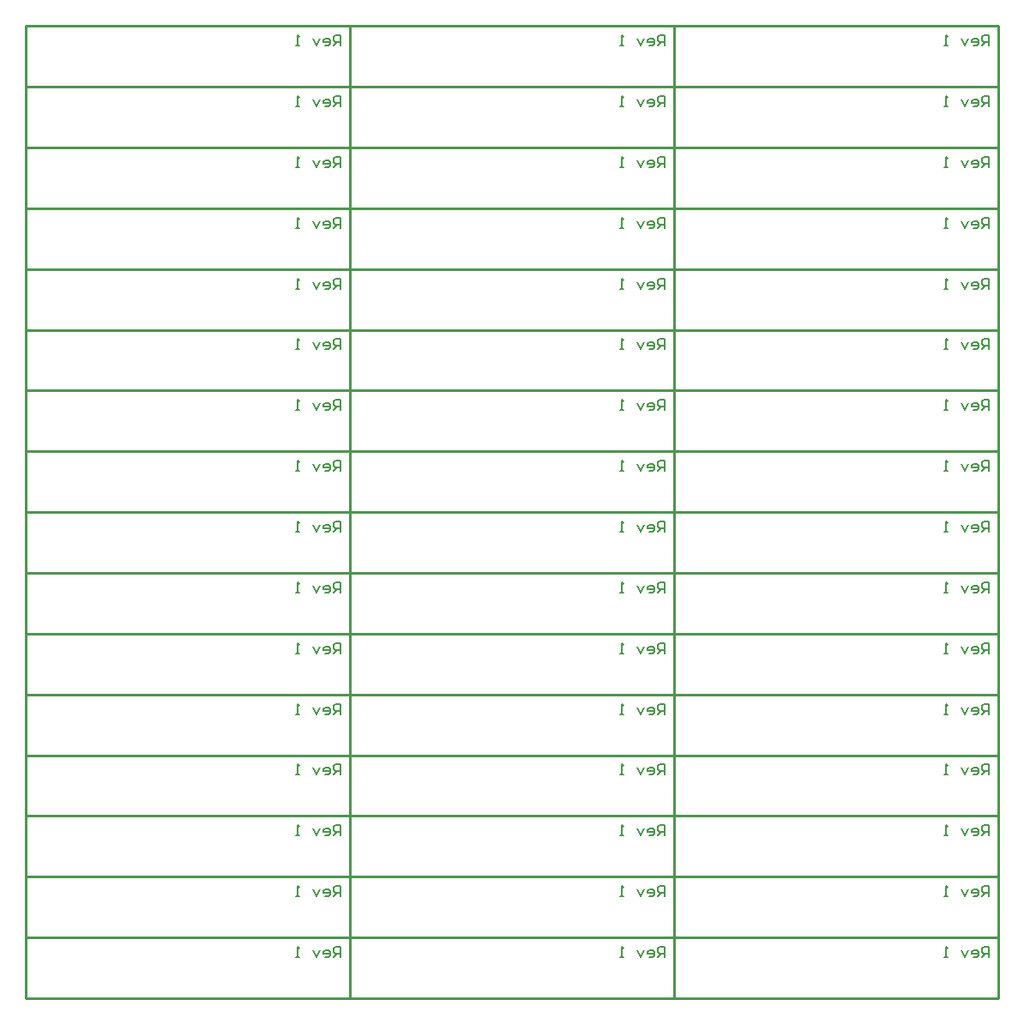
<source format=gbo>
G04 Layer_Color=32896*
%FSLAX24Y24*%
%MOIN*%
G70*
G01*
G75*
%ADD13C,0.0100*%
%ADD17C,0.0060*%
D13*
X19550Y3900D02*
Y41700D01*
X57350D01*
Y3900D02*
Y41700D01*
X19550Y3900D02*
X57350D01*
X19550D02*
Y6262D01*
X32148D01*
X19550Y3900D02*
X32148D01*
Y6262D01*
Y3900D02*
Y6262D01*
X44747D01*
X32148Y3900D02*
X44747D01*
Y6262D01*
Y3900D02*
Y6262D01*
X57345D01*
X44747Y3900D02*
X57345D01*
Y6262D01*
X19550D02*
Y8624D01*
X32148D01*
X19550Y6262D02*
X32148D01*
Y8624D01*
Y6262D02*
Y8624D01*
X44747D01*
X32148Y6262D02*
X44747D01*
Y8624D01*
Y6262D02*
Y8624D01*
X57345D01*
X44747Y6262D02*
X57345D01*
Y8624D01*
X19550D02*
Y10987D01*
X32148D01*
X19550Y8624D02*
X32148D01*
Y10987D01*
Y8624D02*
Y10987D01*
X44747D01*
X32148Y8624D02*
X44747D01*
Y10987D01*
Y8624D02*
Y10987D01*
X57345D01*
X44747Y8624D02*
X57345D01*
Y10987D01*
X19550D02*
Y13349D01*
X32148D01*
X19550Y10987D02*
X32148D01*
Y13349D01*
Y10987D02*
Y13349D01*
X44747D01*
X32148Y10987D02*
X44747D01*
Y13349D01*
Y10987D02*
Y13349D01*
X57345D01*
X44747Y10987D02*
X57345D01*
Y13349D01*
X19550D02*
Y15711D01*
X32148D01*
X19550Y13349D02*
X32148D01*
Y15711D01*
Y13349D02*
Y15711D01*
X44747D01*
X32148Y13349D02*
X44747D01*
Y15711D01*
Y13349D02*
Y15711D01*
X57345D01*
X44747Y13349D02*
X57345D01*
Y15711D01*
X19550D02*
Y18073D01*
X32148D01*
X19550Y15711D02*
X32148D01*
Y18073D01*
Y15711D02*
Y18073D01*
X44747D01*
X32148Y15711D02*
X44747D01*
Y18073D01*
Y15711D02*
Y18073D01*
X57345D01*
X44747Y15711D02*
X57345D01*
Y18073D01*
X19550D02*
Y20435D01*
X32148D01*
X19550Y18073D02*
X32148D01*
Y20435D01*
Y18073D02*
Y20435D01*
X44747D01*
X32148Y18073D02*
X44747D01*
Y20435D01*
Y18073D02*
Y20435D01*
X57345D01*
X44747Y18073D02*
X57345D01*
Y20435D01*
X19550D02*
Y22798D01*
X32148D01*
X19550Y20435D02*
X32148D01*
Y22798D01*
Y20435D02*
Y22798D01*
X44747D01*
X32148Y20435D02*
X44747D01*
Y22798D01*
Y20435D02*
Y22798D01*
X57345D01*
X44747Y20435D02*
X57345D01*
Y22798D01*
X19550D02*
Y25160D01*
X32148D01*
X19550Y22798D02*
X32148D01*
Y25160D01*
Y22798D02*
Y25160D01*
X44747D01*
X32148Y22798D02*
X44747D01*
Y25160D01*
Y22798D02*
Y25160D01*
X57345D01*
X44747Y22798D02*
X57345D01*
Y25160D01*
X19550D02*
Y27522D01*
X32148D01*
X19550Y25160D02*
X32148D01*
Y27522D01*
Y25160D02*
Y27522D01*
X44747D01*
X32148Y25160D02*
X44747D01*
Y27522D01*
Y25160D02*
Y27522D01*
X57345D01*
X44747Y25160D02*
X57345D01*
Y27522D01*
X19550D02*
Y29884D01*
X32148D01*
X19550Y27522D02*
X32148D01*
Y29884D01*
Y27522D02*
Y29884D01*
X44747D01*
X32148Y27522D02*
X44747D01*
Y29884D01*
Y27522D02*
Y29884D01*
X57345D01*
X44747Y27522D02*
X57345D01*
Y29884D01*
X19550D02*
Y32246D01*
X32148D01*
X19550Y29884D02*
X32148D01*
Y32246D01*
Y29884D02*
Y32246D01*
X44747D01*
X32148Y29884D02*
X44747D01*
Y32246D01*
Y29884D02*
Y32246D01*
X57345D01*
X44747Y29884D02*
X57345D01*
Y32246D01*
X19550D02*
Y34609D01*
X32148D01*
X19550Y32246D02*
X32148D01*
Y34609D01*
Y32246D02*
Y34609D01*
X44747D01*
X32148Y32246D02*
X44747D01*
Y34609D01*
Y32246D02*
Y34609D01*
X57345D01*
X44747Y32246D02*
X57345D01*
Y34609D01*
X19550D02*
Y36971D01*
X32148D01*
X19550Y34609D02*
X32148D01*
Y36971D01*
Y34609D02*
Y36971D01*
X44747D01*
X32148Y34609D02*
X44747D01*
Y36971D01*
Y34609D02*
Y36971D01*
X57345D01*
X44747Y34609D02*
X57345D01*
Y36971D01*
X19550D02*
Y39333D01*
X32148D01*
X19550Y36971D02*
X32148D01*
Y39333D01*
Y36971D02*
Y39333D01*
X44747D01*
X32148Y36971D02*
X44747D01*
Y39333D01*
Y36971D02*
Y39333D01*
X57345D01*
X44747Y36971D02*
X57345D01*
Y39333D01*
X19550D02*
Y41695D01*
X32148D01*
X19550Y39333D02*
X32148D01*
Y41695D01*
Y39333D02*
Y41695D01*
X44747D01*
X32148Y39333D02*
X44747D01*
Y41695D01*
Y39333D02*
Y41695D01*
X57345D01*
X44747Y39333D02*
X57345D01*
Y41695D01*
D17*
X31800Y5500D02*
Y5900D01*
X31600D01*
X31533Y5833D01*
Y5700D01*
X31600Y5633D01*
X31800D01*
X31667D02*
X31533Y5500D01*
X31200D02*
X31333D01*
X31400Y5567D01*
Y5700D01*
X31333Y5767D01*
X31200D01*
X31134Y5700D01*
Y5633D01*
X31400D01*
X31000Y5767D02*
X30867Y5500D01*
X30734Y5767D01*
X30201Y5500D02*
X30067D01*
X30134D01*
Y5900D01*
X30201Y5833D01*
X44398Y5500D02*
Y5900D01*
X44198D01*
X44132Y5833D01*
Y5700D01*
X44198Y5633D01*
X44398D01*
X44265D02*
X44132Y5500D01*
X43799D02*
X43932D01*
X43999Y5567D01*
Y5700D01*
X43932Y5767D01*
X43799D01*
X43732Y5700D01*
Y5633D01*
X43999D01*
X43599Y5767D02*
X43465Y5500D01*
X43332Y5767D01*
X42799Y5500D02*
X42666D01*
X42732D01*
Y5900D01*
X42799Y5833D01*
X56997Y5500D02*
Y5900D01*
X56797D01*
X56730Y5833D01*
Y5700D01*
X56797Y5633D01*
X56997D01*
X56864D02*
X56730Y5500D01*
X56397D02*
X56530D01*
X56597Y5567D01*
Y5700D01*
X56530Y5767D01*
X56397D01*
X56330Y5700D01*
Y5633D01*
X56597D01*
X56197Y5767D02*
X56064Y5500D01*
X55931Y5767D01*
X55397Y5500D02*
X55264D01*
X55331D01*
Y5900D01*
X55397Y5833D01*
X31800Y7862D02*
Y8262D01*
X31600D01*
X31533Y8195D01*
Y8062D01*
X31600Y7995D01*
X31800D01*
X31667D02*
X31533Y7862D01*
X31200D02*
X31333D01*
X31400Y7929D01*
Y8062D01*
X31333Y8129D01*
X31200D01*
X31134Y8062D01*
Y7995D01*
X31400D01*
X31000Y8129D02*
X30867Y7862D01*
X30734Y8129D01*
X30201Y7862D02*
X30067D01*
X30134D01*
Y8262D01*
X30201Y8195D01*
X44398Y7862D02*
Y8262D01*
X44198D01*
X44132Y8195D01*
Y8062D01*
X44198Y7995D01*
X44398D01*
X44265D02*
X44132Y7862D01*
X43799D02*
X43932D01*
X43999Y7929D01*
Y8062D01*
X43932Y8129D01*
X43799D01*
X43732Y8062D01*
Y7995D01*
X43999D01*
X43599Y8129D02*
X43465Y7862D01*
X43332Y8129D01*
X42799Y7862D02*
X42666D01*
X42732D01*
Y8262D01*
X42799Y8195D01*
X56997Y7862D02*
Y8262D01*
X56797D01*
X56730Y8195D01*
Y8062D01*
X56797Y7995D01*
X56997D01*
X56864D02*
X56730Y7862D01*
X56397D02*
X56530D01*
X56597Y7929D01*
Y8062D01*
X56530Y8129D01*
X56397D01*
X56330Y8062D01*
Y7995D01*
X56597D01*
X56197Y8129D02*
X56064Y7862D01*
X55931Y8129D01*
X55397Y7862D02*
X55264D01*
X55331D01*
Y8262D01*
X55397Y8195D01*
X31800Y10224D02*
Y10624D01*
X31600D01*
X31533Y10558D01*
Y10424D01*
X31600Y10358D01*
X31800D01*
X31667D02*
X31533Y10224D01*
X31200D02*
X31333D01*
X31400Y10291D01*
Y10424D01*
X31333Y10491D01*
X31200D01*
X31134Y10424D01*
Y10358D01*
X31400D01*
X31000Y10491D02*
X30867Y10224D01*
X30734Y10491D01*
X30201Y10224D02*
X30067D01*
X30134D01*
Y10624D01*
X30201Y10558D01*
X44398Y10224D02*
Y10624D01*
X44198D01*
X44132Y10558D01*
Y10424D01*
X44198Y10358D01*
X44398D01*
X44265D02*
X44132Y10224D01*
X43799D02*
X43932D01*
X43999Y10291D01*
Y10424D01*
X43932Y10491D01*
X43799D01*
X43732Y10424D01*
Y10358D01*
X43999D01*
X43599Y10491D02*
X43465Y10224D01*
X43332Y10491D01*
X42799Y10224D02*
X42666D01*
X42732D01*
Y10624D01*
X42799Y10558D01*
X56997Y10224D02*
Y10624D01*
X56797D01*
X56730Y10558D01*
Y10424D01*
X56797Y10358D01*
X56997D01*
X56864D02*
X56730Y10224D01*
X56397D02*
X56530D01*
X56597Y10291D01*
Y10424D01*
X56530Y10491D01*
X56397D01*
X56330Y10424D01*
Y10358D01*
X56597D01*
X56197Y10491D02*
X56064Y10224D01*
X55931Y10491D01*
X55397Y10224D02*
X55264D01*
X55331D01*
Y10624D01*
X55397Y10558D01*
X31800Y12587D02*
Y12986D01*
X31600D01*
X31533Y12920D01*
Y12787D01*
X31600Y12720D01*
X31800D01*
X31667D02*
X31533Y12587D01*
X31200D02*
X31333D01*
X31400Y12653D01*
Y12787D01*
X31333Y12853D01*
X31200D01*
X31134Y12787D01*
Y12720D01*
X31400D01*
X31000Y12853D02*
X30867Y12587D01*
X30734Y12853D01*
X30201Y12587D02*
X30067D01*
X30134D01*
Y12986D01*
X30201Y12920D01*
X44398Y12587D02*
Y12986D01*
X44198D01*
X44132Y12920D01*
Y12787D01*
X44198Y12720D01*
X44398D01*
X44265D02*
X44132Y12587D01*
X43799D02*
X43932D01*
X43999Y12653D01*
Y12787D01*
X43932Y12853D01*
X43799D01*
X43732Y12787D01*
Y12720D01*
X43999D01*
X43599Y12853D02*
X43465Y12587D01*
X43332Y12853D01*
X42799Y12587D02*
X42666D01*
X42732D01*
Y12986D01*
X42799Y12920D01*
X56997Y12587D02*
Y12986D01*
X56797D01*
X56730Y12920D01*
Y12787D01*
X56797Y12720D01*
X56997D01*
X56864D02*
X56730Y12587D01*
X56397D02*
X56530D01*
X56597Y12653D01*
Y12787D01*
X56530Y12853D01*
X56397D01*
X56330Y12787D01*
Y12720D01*
X56597D01*
X56197Y12853D02*
X56064Y12587D01*
X55931Y12853D01*
X55397Y12587D02*
X55264D01*
X55331D01*
Y12986D01*
X55397Y12920D01*
X31800Y14949D02*
Y15349D01*
X31600D01*
X31533Y15282D01*
Y15149D01*
X31600Y15082D01*
X31800D01*
X31667D02*
X31533Y14949D01*
X31200D02*
X31333D01*
X31400Y15015D01*
Y15149D01*
X31333Y15215D01*
X31200D01*
X31134Y15149D01*
Y15082D01*
X31400D01*
X31000Y15215D02*
X30867Y14949D01*
X30734Y15215D01*
X30201Y14949D02*
X30067D01*
X30134D01*
Y15349D01*
X30201Y15282D01*
X44398Y14949D02*
Y15349D01*
X44198D01*
X44132Y15282D01*
Y15149D01*
X44198Y15082D01*
X44398D01*
X44265D02*
X44132Y14949D01*
X43799D02*
X43932D01*
X43999Y15015D01*
Y15149D01*
X43932Y15215D01*
X43799D01*
X43732Y15149D01*
Y15082D01*
X43999D01*
X43599Y15215D02*
X43465Y14949D01*
X43332Y15215D01*
X42799Y14949D02*
X42666D01*
X42732D01*
Y15349D01*
X42799Y15282D01*
X56997Y14949D02*
Y15349D01*
X56797D01*
X56730Y15282D01*
Y15149D01*
X56797Y15082D01*
X56997D01*
X56864D02*
X56730Y14949D01*
X56397D02*
X56530D01*
X56597Y15015D01*
Y15149D01*
X56530Y15215D01*
X56397D01*
X56330Y15149D01*
Y15082D01*
X56597D01*
X56197Y15215D02*
X56064Y14949D01*
X55931Y15215D01*
X55397Y14949D02*
X55264D01*
X55331D01*
Y15349D01*
X55397Y15282D01*
X31800Y17311D02*
Y17711D01*
X31600D01*
X31533Y17644D01*
Y17511D01*
X31600Y17444D01*
X31800D01*
X31667D02*
X31533Y17311D01*
X31200D02*
X31333D01*
X31400Y17378D01*
Y17511D01*
X31333Y17578D01*
X31200D01*
X31134Y17511D01*
Y17444D01*
X31400D01*
X31000Y17578D02*
X30867Y17311D01*
X30734Y17578D01*
X30201Y17311D02*
X30067D01*
X30134D01*
Y17711D01*
X30201Y17644D01*
X44398Y17311D02*
Y17711D01*
X44198D01*
X44132Y17644D01*
Y17511D01*
X44198Y17444D01*
X44398D01*
X44265D02*
X44132Y17311D01*
X43799D02*
X43932D01*
X43999Y17378D01*
Y17511D01*
X43932Y17578D01*
X43799D01*
X43732Y17511D01*
Y17444D01*
X43999D01*
X43599Y17578D02*
X43465Y17311D01*
X43332Y17578D01*
X42799Y17311D02*
X42666D01*
X42732D01*
Y17711D01*
X42799Y17644D01*
X56997Y17311D02*
Y17711D01*
X56797D01*
X56730Y17644D01*
Y17511D01*
X56797Y17444D01*
X56997D01*
X56864D02*
X56730Y17311D01*
X56397D02*
X56530D01*
X56597Y17378D01*
Y17511D01*
X56530Y17578D01*
X56397D01*
X56330Y17511D01*
Y17444D01*
X56597D01*
X56197Y17578D02*
X56064Y17311D01*
X55931Y17578D01*
X55397Y17311D02*
X55264D01*
X55331D01*
Y17711D01*
X55397Y17644D01*
X31800Y19673D02*
Y20073D01*
X31600D01*
X31533Y20006D01*
Y19873D01*
X31600Y19807D01*
X31800D01*
X31667D02*
X31533Y19673D01*
X31200D02*
X31333D01*
X31400Y19740D01*
Y19873D01*
X31333Y19940D01*
X31200D01*
X31134Y19873D01*
Y19807D01*
X31400D01*
X31000Y19940D02*
X30867Y19673D01*
X30734Y19940D01*
X30201Y19673D02*
X30067D01*
X30134D01*
Y20073D01*
X30201Y20006D01*
X44398Y19673D02*
Y20073D01*
X44198D01*
X44132Y20006D01*
Y19873D01*
X44198Y19807D01*
X44398D01*
X44265D02*
X44132Y19673D01*
X43799D02*
X43932D01*
X43999Y19740D01*
Y19873D01*
X43932Y19940D01*
X43799D01*
X43732Y19873D01*
Y19807D01*
X43999D01*
X43599Y19940D02*
X43465Y19673D01*
X43332Y19940D01*
X42799Y19673D02*
X42666D01*
X42732D01*
Y20073D01*
X42799Y20006D01*
X56997Y19673D02*
Y20073D01*
X56797D01*
X56730Y20006D01*
Y19873D01*
X56797Y19807D01*
X56997D01*
X56864D02*
X56730Y19673D01*
X56397D02*
X56530D01*
X56597Y19740D01*
Y19873D01*
X56530Y19940D01*
X56397D01*
X56330Y19873D01*
Y19807D01*
X56597D01*
X56197Y19940D02*
X56064Y19673D01*
X55931Y19940D01*
X55397Y19673D02*
X55264D01*
X55331D01*
Y20073D01*
X55397Y20006D01*
X31800Y22035D02*
Y22435D01*
X31600D01*
X31533Y22369D01*
Y22235D01*
X31600Y22169D01*
X31800D01*
X31667D02*
X31533Y22035D01*
X31200D02*
X31333D01*
X31400Y22102D01*
Y22235D01*
X31333Y22302D01*
X31200D01*
X31134Y22235D01*
Y22169D01*
X31400D01*
X31000Y22302D02*
X30867Y22035D01*
X30734Y22302D01*
X30201Y22035D02*
X30067D01*
X30134D01*
Y22435D01*
X30201Y22369D01*
X44398Y22035D02*
Y22435D01*
X44198D01*
X44132Y22369D01*
Y22235D01*
X44198Y22169D01*
X44398D01*
X44265D02*
X44132Y22035D01*
X43799D02*
X43932D01*
X43999Y22102D01*
Y22235D01*
X43932Y22302D01*
X43799D01*
X43732Y22235D01*
Y22169D01*
X43999D01*
X43599Y22302D02*
X43465Y22035D01*
X43332Y22302D01*
X42799Y22035D02*
X42666D01*
X42732D01*
Y22435D01*
X42799Y22369D01*
X56997Y22035D02*
Y22435D01*
X56797D01*
X56730Y22369D01*
Y22235D01*
X56797Y22169D01*
X56997D01*
X56864D02*
X56730Y22035D01*
X56397D02*
X56530D01*
X56597Y22102D01*
Y22235D01*
X56530Y22302D01*
X56397D01*
X56330Y22235D01*
Y22169D01*
X56597D01*
X56197Y22302D02*
X56064Y22035D01*
X55931Y22302D01*
X55397Y22035D02*
X55264D01*
X55331D01*
Y22435D01*
X55397Y22369D01*
X31800Y24398D02*
Y24798D01*
X31600D01*
X31533Y24731D01*
Y24598D01*
X31600Y24531D01*
X31800D01*
X31667D02*
X31533Y24398D01*
X31200D02*
X31333D01*
X31400Y24464D01*
Y24598D01*
X31333Y24664D01*
X31200D01*
X31134Y24598D01*
Y24531D01*
X31400D01*
X31000Y24664D02*
X30867Y24398D01*
X30734Y24664D01*
X30201Y24398D02*
X30067D01*
X30134D01*
Y24798D01*
X30201Y24731D01*
X44398Y24398D02*
Y24798D01*
X44198D01*
X44132Y24731D01*
Y24598D01*
X44198Y24531D01*
X44398D01*
X44265D02*
X44132Y24398D01*
X43799D02*
X43932D01*
X43999Y24464D01*
Y24598D01*
X43932Y24664D01*
X43799D01*
X43732Y24598D01*
Y24531D01*
X43999D01*
X43599Y24664D02*
X43465Y24398D01*
X43332Y24664D01*
X42799Y24398D02*
X42666D01*
X42732D01*
Y24798D01*
X42799Y24731D01*
X56997Y24398D02*
Y24798D01*
X56797D01*
X56730Y24731D01*
Y24598D01*
X56797Y24531D01*
X56997D01*
X56864D02*
X56730Y24398D01*
X56397D02*
X56530D01*
X56597Y24464D01*
Y24598D01*
X56530Y24664D01*
X56397D01*
X56330Y24598D01*
Y24531D01*
X56597D01*
X56197Y24664D02*
X56064Y24398D01*
X55931Y24664D01*
X55397Y24398D02*
X55264D01*
X55331D01*
Y24798D01*
X55397Y24731D01*
X31800Y26760D02*
Y27160D01*
X31600D01*
X31533Y27093D01*
Y26960D01*
X31600Y26893D01*
X31800D01*
X31667D02*
X31533Y26760D01*
X31200D02*
X31333D01*
X31400Y26826D01*
Y26960D01*
X31333Y27026D01*
X31200D01*
X31134Y26960D01*
Y26893D01*
X31400D01*
X31000Y27026D02*
X30867Y26760D01*
X30734Y27026D01*
X30201Y26760D02*
X30067D01*
X30134D01*
Y27160D01*
X30201Y27093D01*
X44398Y26760D02*
Y27160D01*
X44198D01*
X44132Y27093D01*
Y26960D01*
X44198Y26893D01*
X44398D01*
X44265D02*
X44132Y26760D01*
X43799D02*
X43932D01*
X43999Y26826D01*
Y26960D01*
X43932Y27026D01*
X43799D01*
X43732Y26960D01*
Y26893D01*
X43999D01*
X43599Y27026D02*
X43465Y26760D01*
X43332Y27026D01*
X42799Y26760D02*
X42666D01*
X42732D01*
Y27160D01*
X42799Y27093D01*
X56997Y26760D02*
Y27160D01*
X56797D01*
X56730Y27093D01*
Y26960D01*
X56797Y26893D01*
X56997D01*
X56864D02*
X56730Y26760D01*
X56397D02*
X56530D01*
X56597Y26826D01*
Y26960D01*
X56530Y27026D01*
X56397D01*
X56330Y26960D01*
Y26893D01*
X56597D01*
X56197Y27026D02*
X56064Y26760D01*
X55931Y27026D01*
X55397Y26760D02*
X55264D01*
X55331D01*
Y27160D01*
X55397Y27093D01*
X31800Y29122D02*
Y29522D01*
X31600D01*
X31533Y29455D01*
Y29322D01*
X31600Y29255D01*
X31800D01*
X31667D02*
X31533Y29122D01*
X31200D02*
X31333D01*
X31400Y29189D01*
Y29322D01*
X31333Y29389D01*
X31200D01*
X31134Y29322D01*
Y29255D01*
X31400D01*
X31000Y29389D02*
X30867Y29122D01*
X30734Y29389D01*
X30201Y29122D02*
X30067D01*
X30134D01*
Y29522D01*
X30201Y29455D01*
X44398Y29122D02*
Y29522D01*
X44198D01*
X44132Y29455D01*
Y29322D01*
X44198Y29255D01*
X44398D01*
X44265D02*
X44132Y29122D01*
X43799D02*
X43932D01*
X43999Y29189D01*
Y29322D01*
X43932Y29389D01*
X43799D01*
X43732Y29322D01*
Y29255D01*
X43999D01*
X43599Y29389D02*
X43465Y29122D01*
X43332Y29389D01*
X42799Y29122D02*
X42666D01*
X42732D01*
Y29522D01*
X42799Y29455D01*
X56997Y29122D02*
Y29522D01*
X56797D01*
X56730Y29455D01*
Y29322D01*
X56797Y29255D01*
X56997D01*
X56864D02*
X56730Y29122D01*
X56397D02*
X56530D01*
X56597Y29189D01*
Y29322D01*
X56530Y29389D01*
X56397D01*
X56330Y29322D01*
Y29255D01*
X56597D01*
X56197Y29389D02*
X56064Y29122D01*
X55931Y29389D01*
X55397Y29122D02*
X55264D01*
X55331D01*
Y29522D01*
X55397Y29455D01*
X31800Y31484D02*
Y31884D01*
X31600D01*
X31533Y31817D01*
Y31684D01*
X31600Y31618D01*
X31800D01*
X31667D02*
X31533Y31484D01*
X31200D02*
X31333D01*
X31400Y31551D01*
Y31684D01*
X31333Y31751D01*
X31200D01*
X31134Y31684D01*
Y31618D01*
X31400D01*
X31000Y31751D02*
X30867Y31484D01*
X30734Y31751D01*
X30201Y31484D02*
X30067D01*
X30134D01*
Y31884D01*
X30201Y31817D01*
X44398Y31484D02*
Y31884D01*
X44198D01*
X44132Y31817D01*
Y31684D01*
X44198Y31618D01*
X44398D01*
X44265D02*
X44132Y31484D01*
X43799D02*
X43932D01*
X43999Y31551D01*
Y31684D01*
X43932Y31751D01*
X43799D01*
X43732Y31684D01*
Y31618D01*
X43999D01*
X43599Y31751D02*
X43465Y31484D01*
X43332Y31751D01*
X42799Y31484D02*
X42666D01*
X42732D01*
Y31884D01*
X42799Y31817D01*
X56997Y31484D02*
Y31884D01*
X56797D01*
X56730Y31817D01*
Y31684D01*
X56797Y31618D01*
X56997D01*
X56864D02*
X56730Y31484D01*
X56397D02*
X56530D01*
X56597Y31551D01*
Y31684D01*
X56530Y31751D01*
X56397D01*
X56330Y31684D01*
Y31618D01*
X56597D01*
X56197Y31751D02*
X56064Y31484D01*
X55931Y31751D01*
X55397Y31484D02*
X55264D01*
X55331D01*
Y31884D01*
X55397Y31817D01*
X31800Y33846D02*
Y34246D01*
X31600D01*
X31533Y34180D01*
Y34046D01*
X31600Y33980D01*
X31800D01*
X31667D02*
X31533Y33846D01*
X31200D02*
X31333D01*
X31400Y33913D01*
Y34046D01*
X31333Y34113D01*
X31200D01*
X31134Y34046D01*
Y33980D01*
X31400D01*
X31000Y34113D02*
X30867Y33846D01*
X30734Y34113D01*
X30201Y33846D02*
X30067D01*
X30134D01*
Y34246D01*
X30201Y34180D01*
X44398Y33846D02*
Y34246D01*
X44198D01*
X44132Y34180D01*
Y34046D01*
X44198Y33980D01*
X44398D01*
X44265D02*
X44132Y33846D01*
X43799D02*
X43932D01*
X43999Y33913D01*
Y34046D01*
X43932Y34113D01*
X43799D01*
X43732Y34046D01*
Y33980D01*
X43999D01*
X43599Y34113D02*
X43465Y33846D01*
X43332Y34113D01*
X42799Y33846D02*
X42666D01*
X42732D01*
Y34246D01*
X42799Y34180D01*
X56997Y33846D02*
Y34246D01*
X56797D01*
X56730Y34180D01*
Y34046D01*
X56797Y33980D01*
X56997D01*
X56864D02*
X56730Y33846D01*
X56397D02*
X56530D01*
X56597Y33913D01*
Y34046D01*
X56530Y34113D01*
X56397D01*
X56330Y34046D01*
Y33980D01*
X56597D01*
X56197Y34113D02*
X56064Y33846D01*
X55931Y34113D01*
X55397Y33846D02*
X55264D01*
X55331D01*
Y34246D01*
X55397Y34180D01*
X31800Y36209D02*
Y36609D01*
X31600D01*
X31533Y36542D01*
Y36409D01*
X31600Y36342D01*
X31800D01*
X31667D02*
X31533Y36209D01*
X31200D02*
X31333D01*
X31400Y36275D01*
Y36409D01*
X31333Y36475D01*
X31200D01*
X31134Y36409D01*
Y36342D01*
X31400D01*
X31000Y36475D02*
X30867Y36209D01*
X30734Y36475D01*
X30201Y36209D02*
X30067D01*
X30134D01*
Y36609D01*
X30201Y36542D01*
X44398Y36209D02*
Y36609D01*
X44198D01*
X44132Y36542D01*
Y36409D01*
X44198Y36342D01*
X44398D01*
X44265D02*
X44132Y36209D01*
X43799D02*
X43932D01*
X43999Y36275D01*
Y36409D01*
X43932Y36475D01*
X43799D01*
X43732Y36409D01*
Y36342D01*
X43999D01*
X43599Y36475D02*
X43465Y36209D01*
X43332Y36475D01*
X42799Y36209D02*
X42666D01*
X42732D01*
Y36609D01*
X42799Y36542D01*
X56997Y36209D02*
Y36609D01*
X56797D01*
X56730Y36542D01*
Y36409D01*
X56797Y36342D01*
X56997D01*
X56864D02*
X56730Y36209D01*
X56397D02*
X56530D01*
X56597Y36275D01*
Y36409D01*
X56530Y36475D01*
X56397D01*
X56330Y36409D01*
Y36342D01*
X56597D01*
X56197Y36475D02*
X56064Y36209D01*
X55931Y36475D01*
X55397Y36209D02*
X55264D01*
X55331D01*
Y36609D01*
X55397Y36542D01*
X31800Y38571D02*
Y38971D01*
X31600D01*
X31533Y38904D01*
Y38771D01*
X31600Y38704D01*
X31800D01*
X31667D02*
X31533Y38571D01*
X31200D02*
X31333D01*
X31400Y38638D01*
Y38771D01*
X31333Y38837D01*
X31200D01*
X31134Y38771D01*
Y38704D01*
X31400D01*
X31000Y38837D02*
X30867Y38571D01*
X30734Y38837D01*
X30201Y38571D02*
X30067D01*
X30134D01*
Y38971D01*
X30201Y38904D01*
X44398Y38571D02*
Y38971D01*
X44198D01*
X44132Y38904D01*
Y38771D01*
X44198Y38704D01*
X44398D01*
X44265D02*
X44132Y38571D01*
X43799D02*
X43932D01*
X43999Y38638D01*
Y38771D01*
X43932Y38837D01*
X43799D01*
X43732Y38771D01*
Y38704D01*
X43999D01*
X43599Y38837D02*
X43465Y38571D01*
X43332Y38837D01*
X42799Y38571D02*
X42666D01*
X42732D01*
Y38971D01*
X42799Y38904D01*
X56997Y38571D02*
Y38971D01*
X56797D01*
X56730Y38904D01*
Y38771D01*
X56797Y38704D01*
X56997D01*
X56864D02*
X56730Y38571D01*
X56397D02*
X56530D01*
X56597Y38638D01*
Y38771D01*
X56530Y38837D01*
X56397D01*
X56330Y38771D01*
Y38704D01*
X56597D01*
X56197Y38837D02*
X56064Y38571D01*
X55931Y38837D01*
X55397Y38571D02*
X55264D01*
X55331D01*
Y38971D01*
X55397Y38904D01*
X31800Y40933D02*
Y41333D01*
X31600D01*
X31533Y41266D01*
Y41133D01*
X31600Y41066D01*
X31800D01*
X31667D02*
X31533Y40933D01*
X31200D02*
X31333D01*
X31400Y41000D01*
Y41133D01*
X31333Y41200D01*
X31200D01*
X31134Y41133D01*
Y41066D01*
X31400D01*
X31000Y41200D02*
X30867Y40933D01*
X30734Y41200D01*
X30201Y40933D02*
X30067D01*
X30134D01*
Y41333D01*
X30201Y41266D01*
X44398Y40933D02*
Y41333D01*
X44198D01*
X44132Y41266D01*
Y41133D01*
X44198Y41066D01*
X44398D01*
X44265D02*
X44132Y40933D01*
X43799D02*
X43932D01*
X43999Y41000D01*
Y41133D01*
X43932Y41200D01*
X43799D01*
X43732Y41133D01*
Y41066D01*
X43999D01*
X43599Y41200D02*
X43465Y40933D01*
X43332Y41200D01*
X42799Y40933D02*
X42666D01*
X42732D01*
Y41333D01*
X42799Y41266D01*
X56997Y40933D02*
Y41333D01*
X56797D01*
X56730Y41266D01*
Y41133D01*
X56797Y41066D01*
X56997D01*
X56864D02*
X56730Y40933D01*
X56397D02*
X56530D01*
X56597Y41000D01*
Y41133D01*
X56530Y41200D01*
X56397D01*
X56330Y41133D01*
Y41066D01*
X56597D01*
X56197Y41200D02*
X56064Y40933D01*
X55931Y41200D01*
X55397Y40933D02*
X55264D01*
X55331D01*
Y41333D01*
X55397Y41266D01*
M02*

</source>
